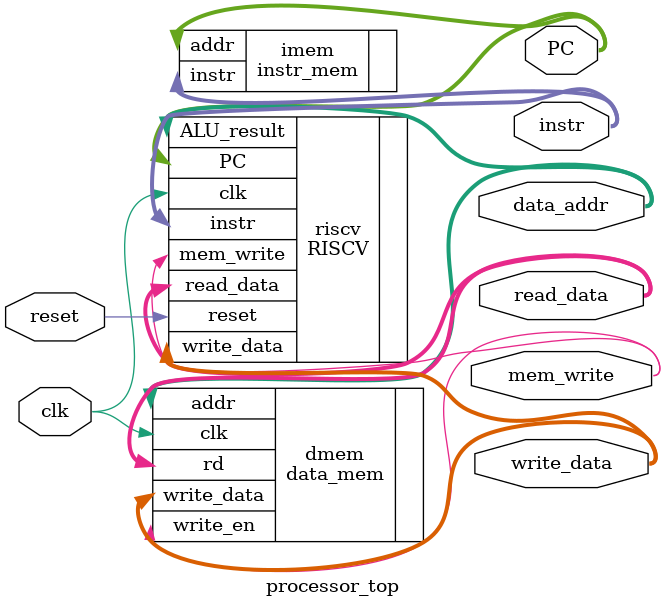
<source format=v>
module processor_top(
    input clk, reset,
    output [31:0] write_data, data_addr, PC, instr, read_data,
    output mem_write
    );
    
    RISCV riscv( 
        .clk(clk), 
        .reset(reset),
        .read_data(read_data),
        .instr(instr),
        .PC(PC),
        .mem_write(mem_write),
        .ALU_result(data_addr), 
        .write_data(write_data)
    );
    
    instr_mem imem(
        .addr(PC), 
        .instr(instr));
        
    data_mem dmem(
        .clk(clk),
        .write_en(mem_write),
        .addr(data_addr),
        .write_data(write_data),
        .rd(read_data)
        );
endmodule

</source>
